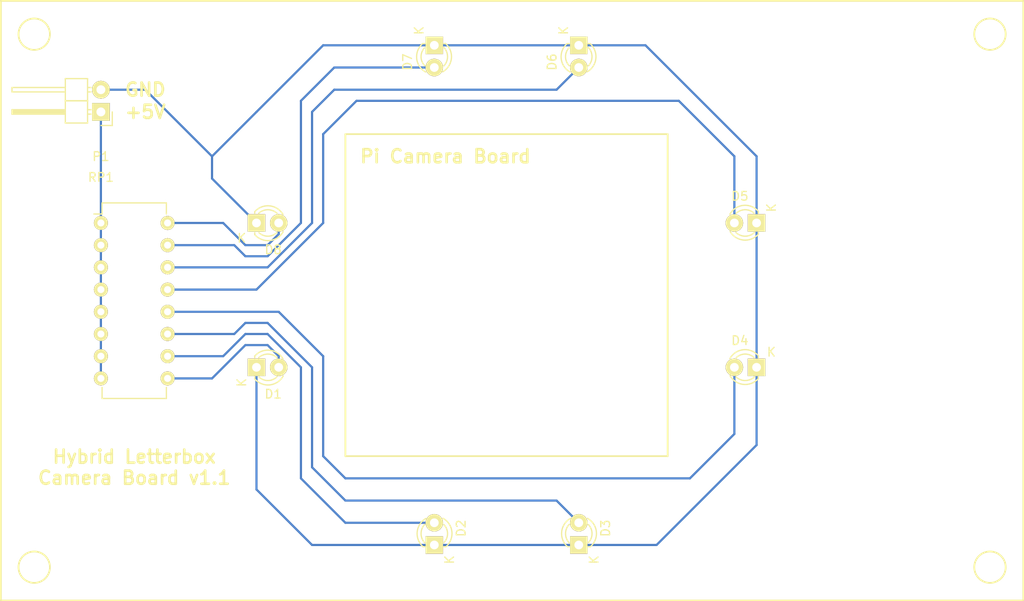
<source format=kicad_pcb>
(kicad_pcb (version 4) (host pcbnew 4.0.1-stable)

  (general
    (links 24)
    (no_connects 0)
    (area 67.209999 55.779999 184.250001 124.560001)
    (thickness 1.6)
    (drawings 16)
    (tracks 79)
    (zones 0)
    (modules 10)
    (nets 11)
  )

  (page A4)
  (layers
    (0 F.Cu signal)
    (31 B.Cu signal)
    (32 B.Adhes user)
    (33 F.Adhes user)
    (34 B.Paste user)
    (35 F.Paste user)
    (36 B.SilkS user)
    (37 F.SilkS user)
    (38 B.Mask user)
    (39 F.Mask user)
    (40 Dwgs.User user)
    (41 Cmts.User user)
    (42 Eco1.User user)
    (43 Eco2.User user)
    (44 Edge.Cuts user)
    (45 Margin user)
    (46 B.CrtYd user)
    (47 F.CrtYd user)
    (48 B.Fab user)
    (49 F.Fab user)
  )

  (setup
    (last_trace_width 0.25)
    (trace_clearance 0.2)
    (zone_clearance 0.508)
    (zone_45_only yes)
    (trace_min 0.2)
    (segment_width 0.2)
    (edge_width 0.1)
    (via_size 0.6)
    (via_drill 0.4)
    (via_min_size 0.4)
    (via_min_drill 0.3)
    (uvia_size 0.3)
    (uvia_drill 0.1)
    (uvias_allowed no)
    (uvia_min_size 0.2)
    (uvia_min_drill 0.1)
    (pcb_text_width 0.3)
    (pcb_text_size 1.5 1.5)
    (mod_edge_width 0.15)
    (mod_text_size 1 1)
    (mod_text_width 0.15)
    (pad_size 1.5 1.5)
    (pad_drill 0.6)
    (pad_to_mask_clearance 0)
    (aux_axis_origin 0 0)
    (visible_elements FFFFFF7F)
    (pcbplotparams
      (layerselection 0x00030_80000001)
      (usegerberextensions false)
      (excludeedgelayer true)
      (linewidth 0.100000)
      (plotframeref false)
      (viasonmask false)
      (mode 1)
      (useauxorigin false)
      (hpglpennumber 1)
      (hpglpenspeed 20)
      (hpglpendiameter 15)
      (hpglpenoverlay 2)
      (psnegative false)
      (psa4output false)
      (plotreference true)
      (plotvalue true)
      (plotinvisibletext false)
      (padsonsilk false)
      (subtractmaskfromsilk false)
      (outputformat 1)
      (mirror false)
      (drillshape 1)
      (scaleselection 1)
      (outputdirectory ""))
  )

  (net 0 "")
  (net 1 GND)
  (net 2 "Net-(D1-Pad2)")
  (net 3 "Net-(D2-Pad2)")
  (net 4 "Net-(D3-Pad2)")
  (net 5 "Net-(D4-Pad2)")
  (net 6 "Net-(D5-Pad2)")
  (net 7 "Net-(D6-Pad2)")
  (net 8 "Net-(D7-Pad2)")
  (net 9 "Net-(D8-Pad2)")
  (net 10 +5V)

  (net_class Default "This is the default net class."
    (clearance 0.2)
    (trace_width 0.25)
    (via_dia 0.6)
    (via_drill 0.4)
    (uvia_dia 0.3)
    (uvia_drill 0.1)
    (add_net +5V)
    (add_net GND)
    (add_net "Net-(D1-Pad2)")
    (add_net "Net-(D2-Pad2)")
    (add_net "Net-(D3-Pad2)")
    (add_net "Net-(D4-Pad2)")
    (add_net "Net-(D5-Pad2)")
    (add_net "Net-(D6-Pad2)")
    (add_net "Net-(D7-Pad2)")
    (add_net "Net-(D8-Pad2)")
  )

  (module LEDs:LED-3MM (layer F.Cu) (tedit 56B8C204) (tstamp 56B8C1D3)
    (at 96.52 97.79)
    (descr "LED 3mm round vertical")
    (tags "LED  3mm round vertical")
    (path /569CF26A)
    (fp_text reference D1 (at 1.91 3.06) (layer F.SilkS)
      (effects (font (size 1 1) (thickness 0.15)))
    )
    (fp_text value LED (at 1.3 -2.9) (layer F.Fab)
      (effects (font (size 1 1) (thickness 0.15)))
    )
    (fp_line (start -1.2 2.3) (end 3.8 2.3) (layer F.CrtYd) (width 0.05))
    (fp_line (start 3.8 2.3) (end 3.8 -2.2) (layer F.CrtYd) (width 0.05))
    (fp_line (start 3.8 -2.2) (end -1.2 -2.2) (layer F.CrtYd) (width 0.05))
    (fp_line (start -1.2 -2.2) (end -1.2 2.3) (layer F.CrtYd) (width 0.05))
    (fp_line (start -0.199 1.314) (end -0.199 1.114) (layer F.SilkS) (width 0.15))
    (fp_line (start -0.199 -1.28) (end -0.199 -1.1) (layer F.SilkS) (width 0.15))
    (fp_arc (start 1.301 0.034) (end -0.199 -1.286) (angle 108.5) (layer F.SilkS) (width 0.15))
    (fp_arc (start 1.301 0.034) (end 0.25 -1.1) (angle 85.7) (layer F.SilkS) (width 0.15))
    (fp_arc (start 1.311 0.034) (end 3.051 0.994) (angle 110) (layer F.SilkS) (width 0.15))
    (fp_arc (start 1.301 0.034) (end 2.335 1.094) (angle 87.5) (layer F.SilkS) (width 0.15))
    (fp_text user K (at -1.69 1.74 90) (layer F.SilkS)
      (effects (font (size 1 1) (thickness 0.15)))
    )
    (pad 1 thru_hole rect (at 0 0 90) (size 2 2) (drill 1.00076) (layers *.Cu *.Mask F.SilkS)
      (net 1 GND))
    (pad 2 thru_hole circle (at 2.54 0) (size 2 2) (drill 1.00076) (layers *.Cu *.Mask F.SilkS)
      (net 2 "Net-(D1-Pad2)"))
    (model LEDs.3dshapes/LED-3MM.wrl
      (at (xyz 0.05 0 0))
      (scale (xyz 1 1 1))
      (rotate (xyz 0 0 90))
    )
  )

  (module LEDs:LED-3MM (layer F.Cu) (tedit 559B82F6) (tstamp 56B8C1D9)
    (at 116.84 118.11 90)
    (descr "LED 3mm round vertical")
    (tags "LED  3mm round vertical")
    (path /569CF2C0)
    (fp_text reference D2 (at 1.91 3.06 90) (layer F.SilkS)
      (effects (font (size 1 1) (thickness 0.15)))
    )
    (fp_text value LED (at 1.3 -2.9 90) (layer F.Fab)
      (effects (font (size 1 1) (thickness 0.15)))
    )
    (fp_line (start -1.2 2.3) (end 3.8 2.3) (layer F.CrtYd) (width 0.05))
    (fp_line (start 3.8 2.3) (end 3.8 -2.2) (layer F.CrtYd) (width 0.05))
    (fp_line (start 3.8 -2.2) (end -1.2 -2.2) (layer F.CrtYd) (width 0.05))
    (fp_line (start -1.2 -2.2) (end -1.2 2.3) (layer F.CrtYd) (width 0.05))
    (fp_line (start -0.199 1.314) (end -0.199 1.114) (layer F.SilkS) (width 0.15))
    (fp_line (start -0.199 -1.28) (end -0.199 -1.1) (layer F.SilkS) (width 0.15))
    (fp_arc (start 1.301 0.034) (end -0.199 -1.286) (angle 108.5) (layer F.SilkS) (width 0.15))
    (fp_arc (start 1.301 0.034) (end 0.25 -1.1) (angle 85.7) (layer F.SilkS) (width 0.15))
    (fp_arc (start 1.311 0.034) (end 3.051 0.994) (angle 110) (layer F.SilkS) (width 0.15))
    (fp_arc (start 1.301 0.034) (end 2.335 1.094) (angle 87.5) (layer F.SilkS) (width 0.15))
    (fp_text user K (at -1.69 1.74 90) (layer F.SilkS)
      (effects (font (size 1 1) (thickness 0.15)))
    )
    (pad 1 thru_hole rect (at 0 0 180) (size 2 2) (drill 1.00076) (layers *.Cu *.Mask F.SilkS)
      (net 1 GND))
    (pad 2 thru_hole circle (at 2.54 0 90) (size 2 2) (drill 1.00076) (layers *.Cu *.Mask F.SilkS)
      (net 3 "Net-(D2-Pad2)"))
    (model LEDs.3dshapes/LED-3MM.wrl
      (at (xyz 0.05 0 0))
      (scale (xyz 1 1 1))
      (rotate (xyz 0 0 90))
    )
  )

  (module LEDs:LED-3MM (layer F.Cu) (tedit 559B82F6) (tstamp 56B8C1DF)
    (at 133.35 118.11 90)
    (descr "LED 3mm round vertical")
    (tags "LED  3mm round vertical")
    (path /569CF2DA)
    (fp_text reference D3 (at 1.91 3.06 90) (layer F.SilkS)
      (effects (font (size 1 1) (thickness 0.15)))
    )
    (fp_text value LED (at 1.3 -2.9 90) (layer F.Fab)
      (effects (font (size 1 1) (thickness 0.15)))
    )
    (fp_line (start -1.2 2.3) (end 3.8 2.3) (layer F.CrtYd) (width 0.05))
    (fp_line (start 3.8 2.3) (end 3.8 -2.2) (layer F.CrtYd) (width 0.05))
    (fp_line (start 3.8 -2.2) (end -1.2 -2.2) (layer F.CrtYd) (width 0.05))
    (fp_line (start -1.2 -2.2) (end -1.2 2.3) (layer F.CrtYd) (width 0.05))
    (fp_line (start -0.199 1.314) (end -0.199 1.114) (layer F.SilkS) (width 0.15))
    (fp_line (start -0.199 -1.28) (end -0.199 -1.1) (layer F.SilkS) (width 0.15))
    (fp_arc (start 1.301 0.034) (end -0.199 -1.286) (angle 108.5) (layer F.SilkS) (width 0.15))
    (fp_arc (start 1.301 0.034) (end 0.25 -1.1) (angle 85.7) (layer F.SilkS) (width 0.15))
    (fp_arc (start 1.311 0.034) (end 3.051 0.994) (angle 110) (layer F.SilkS) (width 0.15))
    (fp_arc (start 1.301 0.034) (end 2.335 1.094) (angle 87.5) (layer F.SilkS) (width 0.15))
    (fp_text user K (at -1.69 1.74 90) (layer F.SilkS)
      (effects (font (size 1 1) (thickness 0.15)))
    )
    (pad 1 thru_hole rect (at 0 0 180) (size 2 2) (drill 1.00076) (layers *.Cu *.Mask F.SilkS)
      (net 1 GND))
    (pad 2 thru_hole circle (at 2.54 0 90) (size 2 2) (drill 1.00076) (layers *.Cu *.Mask F.SilkS)
      (net 4 "Net-(D3-Pad2)"))
    (model LEDs.3dshapes/LED-3MM.wrl
      (at (xyz 0.05 0 0))
      (scale (xyz 1 1 1))
      (rotate (xyz 0 0 90))
    )
  )

  (module LEDs:LED-3MM (layer F.Cu) (tedit 559B82F6) (tstamp 56B8C1E5)
    (at 153.67 97.79 180)
    (descr "LED 3mm round vertical")
    (tags "LED  3mm round vertical")
    (path /569CF2F5)
    (fp_text reference D4 (at 1.91 3.06 180) (layer F.SilkS)
      (effects (font (size 1 1) (thickness 0.15)))
    )
    (fp_text value LED (at 1.3 -2.9 180) (layer F.Fab)
      (effects (font (size 1 1) (thickness 0.15)))
    )
    (fp_line (start -1.2 2.3) (end 3.8 2.3) (layer F.CrtYd) (width 0.05))
    (fp_line (start 3.8 2.3) (end 3.8 -2.2) (layer F.CrtYd) (width 0.05))
    (fp_line (start 3.8 -2.2) (end -1.2 -2.2) (layer F.CrtYd) (width 0.05))
    (fp_line (start -1.2 -2.2) (end -1.2 2.3) (layer F.CrtYd) (width 0.05))
    (fp_line (start -0.199 1.314) (end -0.199 1.114) (layer F.SilkS) (width 0.15))
    (fp_line (start -0.199 -1.28) (end -0.199 -1.1) (layer F.SilkS) (width 0.15))
    (fp_arc (start 1.301 0.034) (end -0.199 -1.286) (angle 108.5) (layer F.SilkS) (width 0.15))
    (fp_arc (start 1.301 0.034) (end 0.25 -1.1) (angle 85.7) (layer F.SilkS) (width 0.15))
    (fp_arc (start 1.311 0.034) (end 3.051 0.994) (angle 110) (layer F.SilkS) (width 0.15))
    (fp_arc (start 1.301 0.034) (end 2.335 1.094) (angle 87.5) (layer F.SilkS) (width 0.15))
    (fp_text user K (at -1.69 1.74 180) (layer F.SilkS)
      (effects (font (size 1 1) (thickness 0.15)))
    )
    (pad 1 thru_hole rect (at 0 0 270) (size 2 2) (drill 1.00076) (layers *.Cu *.Mask F.SilkS)
      (net 1 GND))
    (pad 2 thru_hole circle (at 2.54 0 180) (size 2 2) (drill 1.00076) (layers *.Cu *.Mask F.SilkS)
      (net 5 "Net-(D4-Pad2)"))
    (model LEDs.3dshapes/LED-3MM.wrl
      (at (xyz 0.05 0 0))
      (scale (xyz 1 1 1))
      (rotate (xyz 0 0 90))
    )
  )

  (module LEDs:LED-3MM (layer F.Cu) (tedit 56B8C488) (tstamp 56B8C1EB)
    (at 153.67 81.28 180)
    (descr "LED 3mm round vertical")
    (tags "LED  3mm round vertical")
    (path /569CF313)
    (fp_text reference D5 (at 1.91 3.06 180) (layer F.SilkS)
      (effects (font (size 1 1) (thickness 0.15)))
    )
    (fp_text value LED (at 1.3 -2.9 180) (layer F.Fab)
      (effects (font (size 1 1) (thickness 0.15)))
    )
    (fp_line (start -1.2 2.3) (end 3.8 2.3) (layer F.CrtYd) (width 0.05))
    (fp_line (start 3.8 2.3) (end 3.8 -2.2) (layer F.CrtYd) (width 0.05))
    (fp_line (start 3.8 -2.2) (end -1.2 -2.2) (layer F.CrtYd) (width 0.05))
    (fp_line (start -1.2 -2.2) (end -1.2 2.3) (layer F.CrtYd) (width 0.05))
    (fp_line (start -0.199 1.314) (end -0.199 1.114) (layer F.SilkS) (width 0.15))
    (fp_line (start -0.199 -1.28) (end -0.199 -1.1) (layer F.SilkS) (width 0.15))
    (fp_arc (start 1.301 0.034) (end -0.199 -1.286) (angle 108.5) (layer F.SilkS) (width 0.15))
    (fp_arc (start 1.301 0.034) (end 0.25 -1.1) (angle 85.7) (layer F.SilkS) (width 0.15))
    (fp_arc (start 1.311 0.034) (end 3.051 0.994) (angle 110) (layer F.SilkS) (width 0.15))
    (fp_arc (start 1.301 0.034) (end 2.335 1.094) (angle 87.5) (layer F.SilkS) (width 0.15))
    (fp_text user K (at -1.69 1.74 270) (layer F.SilkS)
      (effects (font (size 1 1) (thickness 0.15)))
    )
    (pad 1 thru_hole rect (at 0 0 270) (size 2 2) (drill 1.00076) (layers *.Cu *.Mask F.SilkS)
      (net 1 GND))
    (pad 2 thru_hole circle (at 2.54 0 180) (size 2 2) (drill 1.00076) (layers *.Cu *.Mask F.SilkS)
      (net 6 "Net-(D5-Pad2)"))
    (model LEDs.3dshapes/LED-3MM.wrl
      (at (xyz 0.05 0 0))
      (scale (xyz 1 1 1))
      (rotate (xyz 0 0 90))
    )
  )

  (module LEDs:LED-3MM (layer F.Cu) (tedit 559B82F6) (tstamp 56B8C1F1)
    (at 133.35 60.96 270)
    (descr "LED 3mm round vertical")
    (tags "LED  3mm round vertical")
    (path /569CF48D)
    (fp_text reference D6 (at 1.91 3.06 270) (layer F.SilkS)
      (effects (font (size 1 1) (thickness 0.15)))
    )
    (fp_text value LED (at 1.3 -2.9 270) (layer F.Fab)
      (effects (font (size 1 1) (thickness 0.15)))
    )
    (fp_line (start -1.2 2.3) (end 3.8 2.3) (layer F.CrtYd) (width 0.05))
    (fp_line (start 3.8 2.3) (end 3.8 -2.2) (layer F.CrtYd) (width 0.05))
    (fp_line (start 3.8 -2.2) (end -1.2 -2.2) (layer F.CrtYd) (width 0.05))
    (fp_line (start -1.2 -2.2) (end -1.2 2.3) (layer F.CrtYd) (width 0.05))
    (fp_line (start -0.199 1.314) (end -0.199 1.114) (layer F.SilkS) (width 0.15))
    (fp_line (start -0.199 -1.28) (end -0.199 -1.1) (layer F.SilkS) (width 0.15))
    (fp_arc (start 1.301 0.034) (end -0.199 -1.286) (angle 108.5) (layer F.SilkS) (width 0.15))
    (fp_arc (start 1.301 0.034) (end 0.25 -1.1) (angle 85.7) (layer F.SilkS) (width 0.15))
    (fp_arc (start 1.311 0.034) (end 3.051 0.994) (angle 110) (layer F.SilkS) (width 0.15))
    (fp_arc (start 1.301 0.034) (end 2.335 1.094) (angle 87.5) (layer F.SilkS) (width 0.15))
    (fp_text user K (at -1.69 1.74 270) (layer F.SilkS)
      (effects (font (size 1 1) (thickness 0.15)))
    )
    (pad 1 thru_hole rect (at 0 0) (size 2 2) (drill 1.00076) (layers *.Cu *.Mask F.SilkS)
      (net 1 GND))
    (pad 2 thru_hole circle (at 2.54 0 270) (size 2 2) (drill 1.00076) (layers *.Cu *.Mask F.SilkS)
      (net 7 "Net-(D6-Pad2)"))
    (model LEDs.3dshapes/LED-3MM.wrl
      (at (xyz 0.05 0 0))
      (scale (xyz 1 1 1))
      (rotate (xyz 0 0 90))
    )
  )

  (module LEDs:LED-3MM (layer F.Cu) (tedit 559B82F6) (tstamp 56B8C1F7)
    (at 116.84 60.96 270)
    (descr "LED 3mm round vertical")
    (tags "LED  3mm round vertical")
    (path /569CF4B6)
    (fp_text reference D7 (at 1.91 3.06 270) (layer F.SilkS)
      (effects (font (size 1 1) (thickness 0.15)))
    )
    (fp_text value LED (at 1.3 -2.9 270) (layer F.Fab)
      (effects (font (size 1 1) (thickness 0.15)))
    )
    (fp_line (start -1.2 2.3) (end 3.8 2.3) (layer F.CrtYd) (width 0.05))
    (fp_line (start 3.8 2.3) (end 3.8 -2.2) (layer F.CrtYd) (width 0.05))
    (fp_line (start 3.8 -2.2) (end -1.2 -2.2) (layer F.CrtYd) (width 0.05))
    (fp_line (start -1.2 -2.2) (end -1.2 2.3) (layer F.CrtYd) (width 0.05))
    (fp_line (start -0.199 1.314) (end -0.199 1.114) (layer F.SilkS) (width 0.15))
    (fp_line (start -0.199 -1.28) (end -0.199 -1.1) (layer F.SilkS) (width 0.15))
    (fp_arc (start 1.301 0.034) (end -0.199 -1.286) (angle 108.5) (layer F.SilkS) (width 0.15))
    (fp_arc (start 1.301 0.034) (end 0.25 -1.1) (angle 85.7) (layer F.SilkS) (width 0.15))
    (fp_arc (start 1.311 0.034) (end 3.051 0.994) (angle 110) (layer F.SilkS) (width 0.15))
    (fp_arc (start 1.301 0.034) (end 2.335 1.094) (angle 87.5) (layer F.SilkS) (width 0.15))
    (fp_text user K (at -1.69 1.74 270) (layer F.SilkS)
      (effects (font (size 1 1) (thickness 0.15)))
    )
    (pad 1 thru_hole rect (at 0 0) (size 2 2) (drill 1.00076) (layers *.Cu *.Mask F.SilkS)
      (net 1 GND))
    (pad 2 thru_hole circle (at 2.54 0 270) (size 2 2) (drill 1.00076) (layers *.Cu *.Mask F.SilkS)
      (net 8 "Net-(D7-Pad2)"))
    (model LEDs.3dshapes/LED-3MM.wrl
      (at (xyz 0.05 0 0))
      (scale (xyz 1 1 1))
      (rotate (xyz 0 0 90))
    )
  )

  (module LEDs:LED-3MM (layer F.Cu) (tedit 559B82F6) (tstamp 56B8C1FD)
    (at 96.52 81.28)
    (descr "LED 3mm round vertical")
    (tags "LED  3mm round vertical")
    (path /569CF564)
    (fp_text reference D8 (at 1.91 3.06) (layer F.SilkS)
      (effects (font (size 1 1) (thickness 0.15)))
    )
    (fp_text value LED (at 1.3 -2.9) (layer F.Fab)
      (effects (font (size 1 1) (thickness 0.15)))
    )
    (fp_line (start -1.2 2.3) (end 3.8 2.3) (layer F.CrtYd) (width 0.05))
    (fp_line (start 3.8 2.3) (end 3.8 -2.2) (layer F.CrtYd) (width 0.05))
    (fp_line (start 3.8 -2.2) (end -1.2 -2.2) (layer F.CrtYd) (width 0.05))
    (fp_line (start -1.2 -2.2) (end -1.2 2.3) (layer F.CrtYd) (width 0.05))
    (fp_line (start -0.199 1.314) (end -0.199 1.114) (layer F.SilkS) (width 0.15))
    (fp_line (start -0.199 -1.28) (end -0.199 -1.1) (layer F.SilkS) (width 0.15))
    (fp_arc (start 1.301 0.034) (end -0.199 -1.286) (angle 108.5) (layer F.SilkS) (width 0.15))
    (fp_arc (start 1.301 0.034) (end 0.25 -1.1) (angle 85.7) (layer F.SilkS) (width 0.15))
    (fp_arc (start 1.311 0.034) (end 3.051 0.994) (angle 110) (layer F.SilkS) (width 0.15))
    (fp_arc (start 1.301 0.034) (end 2.335 1.094) (angle 87.5) (layer F.SilkS) (width 0.15))
    (fp_text user K (at -1.69 1.74) (layer F.SilkS)
      (effects (font (size 1 1) (thickness 0.15)))
    )
    (pad 1 thru_hole rect (at 0 0 90) (size 2 2) (drill 1.00076) (layers *.Cu *.Mask F.SilkS)
      (net 1 GND))
    (pad 2 thru_hole circle (at 2.54 0) (size 2 2) (drill 1.00076) (layers *.Cu *.Mask F.SilkS)
      (net 9 "Net-(D8-Pad2)"))
    (model LEDs.3dshapes/LED-3MM.wrl
      (at (xyz 0.05 0 0))
      (scale (xyz 1 1 1))
      (rotate (xyz 0 0 90))
    )
  )

  (module Housings_DIP:DIP-16_W7.62mm (layer F.Cu) (tedit 54130A77) (tstamp 56B8C32A)
    (at 78.74 81.28)
    (descr "16-lead dip package, row spacing 7.62 mm (300 mils)")
    (tags "dil dip 2.54 300")
    (path /569CF5B0)
    (fp_text reference RP1 (at 0 -5.22) (layer F.SilkS)
      (effects (font (size 1 1) (thickness 0.15)))
    )
    (fp_text value R_PACK8 (at 0 -3.72) (layer F.Fab)
      (effects (font (size 1 1) (thickness 0.15)))
    )
    (fp_line (start -1.05 -2.45) (end -1.05 20.25) (layer F.CrtYd) (width 0.05))
    (fp_line (start 8.65 -2.45) (end 8.65 20.25) (layer F.CrtYd) (width 0.05))
    (fp_line (start -1.05 -2.45) (end 8.65 -2.45) (layer F.CrtYd) (width 0.05))
    (fp_line (start -1.05 20.25) (end 8.65 20.25) (layer F.CrtYd) (width 0.05))
    (fp_line (start 0.135 -2.295) (end 0.135 -1.025) (layer F.SilkS) (width 0.15))
    (fp_line (start 7.485 -2.295) (end 7.485 -1.025) (layer F.SilkS) (width 0.15))
    (fp_line (start 7.485 20.075) (end 7.485 18.805) (layer F.SilkS) (width 0.15))
    (fp_line (start 0.135 20.075) (end 0.135 18.805) (layer F.SilkS) (width 0.15))
    (fp_line (start 0.135 -2.295) (end 7.485 -2.295) (layer F.SilkS) (width 0.15))
    (fp_line (start 0.135 20.075) (end 7.485 20.075) (layer F.SilkS) (width 0.15))
    (fp_line (start 0.135 -1.025) (end -0.8 -1.025) (layer F.SilkS) (width 0.15))
    (pad 1 thru_hole oval (at 0 0) (size 1.6 1.6) (drill 0.8) (layers *.Cu *.Mask F.SilkS)
      (net 10 +5V))
    (pad 2 thru_hole oval (at 0 2.54) (size 1.6 1.6) (drill 0.8) (layers *.Cu *.Mask F.SilkS)
      (net 10 +5V))
    (pad 3 thru_hole oval (at 0 5.08) (size 1.6 1.6) (drill 0.8) (layers *.Cu *.Mask F.SilkS)
      (net 10 +5V))
    (pad 4 thru_hole oval (at 0 7.62) (size 1.6 1.6) (drill 0.8) (layers *.Cu *.Mask F.SilkS)
      (net 10 +5V))
    (pad 5 thru_hole oval (at 0 10.16) (size 1.6 1.6) (drill 0.8) (layers *.Cu *.Mask F.SilkS)
      (net 10 +5V))
    (pad 6 thru_hole oval (at 0 12.7) (size 1.6 1.6) (drill 0.8) (layers *.Cu *.Mask F.SilkS)
      (net 10 +5V))
    (pad 7 thru_hole oval (at 0 15.24) (size 1.6 1.6) (drill 0.8) (layers *.Cu *.Mask F.SilkS)
      (net 10 +5V))
    (pad 8 thru_hole oval (at 0 17.78) (size 1.6 1.6) (drill 0.8) (layers *.Cu *.Mask F.SilkS)
      (net 10 +5V))
    (pad 9 thru_hole oval (at 7.62 17.78) (size 1.6 1.6) (drill 0.8) (layers *.Cu *.Mask F.SilkS)
      (net 2 "Net-(D1-Pad2)"))
    (pad 10 thru_hole oval (at 7.62 15.24) (size 1.6 1.6) (drill 0.8) (layers *.Cu *.Mask F.SilkS)
      (net 3 "Net-(D2-Pad2)"))
    (pad 11 thru_hole oval (at 7.62 12.7) (size 1.6 1.6) (drill 0.8) (layers *.Cu *.Mask F.SilkS)
      (net 4 "Net-(D3-Pad2)"))
    (pad 12 thru_hole oval (at 7.62 10.16) (size 1.6 1.6) (drill 0.8) (layers *.Cu *.Mask F.SilkS)
      (net 5 "Net-(D4-Pad2)"))
    (pad 13 thru_hole oval (at 7.62 7.62) (size 1.6 1.6) (drill 0.8) (layers *.Cu *.Mask F.SilkS)
      (net 6 "Net-(D5-Pad2)"))
    (pad 14 thru_hole oval (at 7.62 5.08) (size 1.6 1.6) (drill 0.8) (layers *.Cu *.Mask F.SilkS)
      (net 7 "Net-(D6-Pad2)"))
    (pad 15 thru_hole oval (at 7.62 2.54) (size 1.6 1.6) (drill 0.8) (layers *.Cu *.Mask F.SilkS)
      (net 8 "Net-(D7-Pad2)"))
    (pad 16 thru_hole oval (at 7.62 0) (size 1.6 1.6) (drill 0.8) (layers *.Cu *.Mask F.SilkS)
      (net 9 "Net-(D8-Pad2)"))
    (model Housings_DIP.3dshapes/DIP-16_W7.62mm.wrl
      (at (xyz 0 0 0))
      (scale (xyz 1 1 1))
      (rotate (xyz 0 0 0))
    )
  )

  (module Pin_Headers:Pin_Header_Angled_1x02 (layer F.Cu) (tedit 0) (tstamp 56BC6780)
    (at 78.74 68.58 180)
    (descr "Through hole pin header")
    (tags "pin header")
    (path /569CF6C0)
    (fp_text reference P1 (at 0 -5.1 180) (layer F.SilkS)
      (effects (font (size 1 1) (thickness 0.15)))
    )
    (fp_text value CONN_01X02 (at 0 -3.1 180) (layer F.Fab)
      (effects (font (size 1 1) (thickness 0.15)))
    )
    (fp_line (start -1.5 -1.75) (end -1.5 4.3) (layer F.CrtYd) (width 0.05))
    (fp_line (start 10.65 -1.75) (end 10.65 4.3) (layer F.CrtYd) (width 0.05))
    (fp_line (start -1.5 -1.75) (end 10.65 -1.75) (layer F.CrtYd) (width 0.05))
    (fp_line (start -1.5 4.3) (end 10.65 4.3) (layer F.CrtYd) (width 0.05))
    (fp_line (start -1.3 -1.55) (end -1.3 0) (layer F.SilkS) (width 0.15))
    (fp_line (start 0 -1.55) (end -1.3 -1.55) (layer F.SilkS) (width 0.15))
    (fp_line (start 4.191 -0.127) (end 10.033 -0.127) (layer F.SilkS) (width 0.15))
    (fp_line (start 10.033 -0.127) (end 10.033 0.127) (layer F.SilkS) (width 0.15))
    (fp_line (start 10.033 0.127) (end 4.191 0.127) (layer F.SilkS) (width 0.15))
    (fp_line (start 4.191 0.127) (end 4.191 0) (layer F.SilkS) (width 0.15))
    (fp_line (start 4.191 0) (end 10.033 0) (layer F.SilkS) (width 0.15))
    (fp_line (start 1.524 -0.254) (end 1.143 -0.254) (layer F.SilkS) (width 0.15))
    (fp_line (start 1.524 0.254) (end 1.143 0.254) (layer F.SilkS) (width 0.15))
    (fp_line (start 1.524 2.286) (end 1.143 2.286) (layer F.SilkS) (width 0.15))
    (fp_line (start 1.524 2.794) (end 1.143 2.794) (layer F.SilkS) (width 0.15))
    (fp_line (start 1.524 -1.27) (end 4.064 -1.27) (layer F.SilkS) (width 0.15))
    (fp_line (start 1.524 1.27) (end 4.064 1.27) (layer F.SilkS) (width 0.15))
    (fp_line (start 1.524 1.27) (end 1.524 3.81) (layer F.SilkS) (width 0.15))
    (fp_line (start 1.524 3.81) (end 4.064 3.81) (layer F.SilkS) (width 0.15))
    (fp_line (start 4.064 2.286) (end 10.16 2.286) (layer F.SilkS) (width 0.15))
    (fp_line (start 10.16 2.286) (end 10.16 2.794) (layer F.SilkS) (width 0.15))
    (fp_line (start 10.16 2.794) (end 4.064 2.794) (layer F.SilkS) (width 0.15))
    (fp_line (start 4.064 3.81) (end 4.064 1.27) (layer F.SilkS) (width 0.15))
    (fp_line (start 4.064 1.27) (end 4.064 -1.27) (layer F.SilkS) (width 0.15))
    (fp_line (start 10.16 0.254) (end 4.064 0.254) (layer F.SilkS) (width 0.15))
    (fp_line (start 10.16 -0.254) (end 10.16 0.254) (layer F.SilkS) (width 0.15))
    (fp_line (start 4.064 -0.254) (end 10.16 -0.254) (layer F.SilkS) (width 0.15))
    (fp_line (start 1.524 1.27) (end 4.064 1.27) (layer F.SilkS) (width 0.15))
    (fp_line (start 1.524 -1.27) (end 1.524 1.27) (layer F.SilkS) (width 0.15))
    (pad 1 thru_hole rect (at 0 0 180) (size 2.032 2.032) (drill 1.016) (layers *.Cu *.Mask F.SilkS)
      (net 10 +5V))
    (pad 2 thru_hole oval (at 0 2.54 180) (size 2.032 2.032) (drill 1.016) (layers *.Cu *.Mask F.SilkS)
      (net 1 GND))
    (model Pin_Headers.3dshapes/Pin_Header_Angled_1x02.wrl
      (at (xyz 0 -0.05 0))
      (scale (xyz 1 1 1))
      (rotate (xyz 0 0 90))
    )
  )

  (gr_text +5V (at 83.82 68.58) (layer F.SilkS)
    (effects (font (size 1.5 1.5) (thickness 0.3)))
  )
  (gr_text GND (at 83.82 66.04) (layer F.SilkS)
    (effects (font (size 1.5 1.5) (thickness 0.3)))
  )
  (gr_circle (center 180.34 59.69) (end 179.07 60.96) (layer F.SilkS) (width 0.2))
  (gr_circle (center 180.34 120.65) (end 181.61 121.92) (layer F.SilkS) (width 0.2))
  (gr_circle (center 71.12 120.65) (end 72.39 119.38) (layer F.SilkS) (width 0.2))
  (gr_circle (center 71.12 59.69) (end 72.39 60.96) (layer F.SilkS) (width 0.2))
  (gr_text "Hybrid Letterbox\nCamera Board v1.1" (at 82.55 109.22) (layer F.SilkS)
    (effects (font (size 1.5 1.5) (thickness 0.3)))
  )
  (gr_line (start 184.15 55.88) (end 67.31 55.88) (angle 90) (layer F.SilkS) (width 0.2))
  (gr_line (start 67.31 124.46) (end 67.31 55.88) (angle 90) (layer F.SilkS) (width 0.2))
  (gr_line (start 184.15 124.46) (end 67.31 124.46) (angle 90) (layer F.SilkS) (width 0.2))
  (gr_line (start 184.15 55.88) (end 184.15 124.46) (angle 90) (layer F.SilkS) (width 0.2))
  (gr_text "Pi Camera Board" (at 118.11 73.66) (layer F.SilkS)
    (effects (font (size 1.5 1.5) (thickness 0.3)))
  )
  (gr_line (start 106.68 107.95) (end 106.68 71.12) (angle 90) (layer F.SilkS) (width 0.2))
  (gr_line (start 143.51 107.95) (end 106.68 107.95) (angle 90) (layer F.SilkS) (width 0.2))
  (gr_line (start 143.51 71.12) (end 143.51 107.95) (angle 90) (layer F.SilkS) (width 0.2))
  (gr_line (start 106.68 71.12) (end 143.51 71.12) (angle 90) (layer F.SilkS) (width 0.2))

  (segment (start 78.74 66.04) (end 83.82 66.04) (width 0.25) (layer B.Cu) (net 1))
  (segment (start 83.82 66.04) (end 91.44 73.66) (width 0.25) (layer B.Cu) (net 1) (tstamp 56BC685D))
  (segment (start 91.44 73.66) (end 91.44 76.2) (width 0.25) (layer B.Cu) (net 1))
  (segment (start 91.44 76.2) (end 96.52 81.28) (width 0.25) (layer B.Cu) (net 1) (tstamp 56BC53FF))
  (segment (start 96.52 68.58) (end 104.14 60.96) (width 0.25) (layer B.Cu) (net 1) (tstamp 56B8C6EE))
  (segment (start 104.14 60.96) (end 116.84 60.96) (width 0.25) (layer B.Cu) (net 1) (tstamp 56B8C6F3))
  (segment (start 91.44 73.66) (end 96.52 68.58) (width 0.25) (layer B.Cu) (net 1) (tstamp 56BC53FB))
  (segment (start 116.84 118.11) (end 102.87 118.11) (width 0.25) (layer B.Cu) (net 1))
  (segment (start 96.52 111.76) (end 96.52 97.79) (width 0.25) (layer B.Cu) (net 1) (tstamp 56B8C70E))
  (segment (start 102.87 118.11) (end 96.52 111.76) (width 0.25) (layer B.Cu) (net 1) (tstamp 56B8C70A))
  (segment (start 133.35 118.11) (end 116.84 118.11) (width 0.25) (layer B.Cu) (net 1))
  (segment (start 153.67 97.79) (end 153.67 106.68) (width 0.25) (layer B.Cu) (net 1))
  (segment (start 142.24 118.11) (end 133.35 118.11) (width 0.25) (layer B.Cu) (net 1) (tstamp 56B8C704))
  (segment (start 153.67 106.68) (end 142.24 118.11) (width 0.25) (layer B.Cu) (net 1) (tstamp 56B8C703))
  (segment (start 153.67 81.28) (end 153.67 97.79) (width 0.25) (layer B.Cu) (net 1))
  (segment (start 133.35 60.96) (end 140.97 60.96) (width 0.25) (layer B.Cu) (net 1))
  (segment (start 153.67 73.66) (end 153.67 81.28) (width 0.25) (layer B.Cu) (net 1) (tstamp 56B8C6FD))
  (segment (start 140.97 60.96) (end 153.67 73.66) (width 0.25) (layer B.Cu) (net 1) (tstamp 56B8C6FA))
  (segment (start 116.84 60.96) (end 133.35 60.96) (width 0.25) (layer B.Cu) (net 1))
  (segment (start 99.06 97.79) (end 99.06 96.52) (width 0.25) (layer B.Cu) (net 2))
  (segment (start 91.44 99.06) (end 86.36 99.06) (width 0.25) (layer B.Cu) (net 2) (tstamp 56B8C678))
  (segment (start 95.25 95.25) (end 91.44 99.06) (width 0.25) (layer B.Cu) (net 2) (tstamp 56B8C676))
  (segment (start 97.79 95.25) (end 95.25 95.25) (width 0.25) (layer B.Cu) (net 2) (tstamp 56B8C674))
  (segment (start 99.06 96.52) (end 97.79 95.25) (width 0.25) (layer B.Cu) (net 2) (tstamp 56B8C672))
  (segment (start 86.36 96.52) (end 92.71 96.52) (width 0.25) (layer B.Cu) (net 3))
  (segment (start 106.68 115.57) (end 116.84 115.57) (width 0.25) (layer B.Cu) (net 3) (tstamp 56B8C685))
  (segment (start 101.6 110.49) (end 106.68 115.57) (width 0.25) (layer B.Cu) (net 3) (tstamp 56B8C684))
  (segment (start 101.6 97.79) (end 101.6 110.49) (width 0.25) (layer B.Cu) (net 3) (tstamp 56B8C682))
  (segment (start 97.79 93.98) (end 101.6 97.79) (width 0.25) (layer B.Cu) (net 3) (tstamp 56B8C680))
  (segment (start 95.25 93.98) (end 97.79 93.98) (width 0.25) (layer B.Cu) (net 3) (tstamp 56B8C67E))
  (segment (start 92.71 96.52) (end 95.25 93.98) (width 0.25) (layer B.Cu) (net 3) (tstamp 56B8C67C))
  (segment (start 86.36 93.98) (end 93.98 93.98) (width 0.25) (layer B.Cu) (net 4))
  (segment (start 130.81 113.03) (end 133.35 115.57) (width 0.25) (layer B.Cu) (net 4) (tstamp 56B8C694))
  (segment (start 106.68 113.03) (end 130.81 113.03) (width 0.25) (layer B.Cu) (net 4) (tstamp 56B8C692))
  (segment (start 102.87 109.22) (end 106.68 113.03) (width 0.25) (layer B.Cu) (net 4) (tstamp 56B8C690))
  (segment (start 102.87 97.79) (end 102.87 109.22) (width 0.25) (layer B.Cu) (net 4) (tstamp 56B8C68E))
  (segment (start 97.79 92.71) (end 102.87 97.79) (width 0.25) (layer B.Cu) (net 4) (tstamp 56B8C68C))
  (segment (start 95.25 92.71) (end 97.79 92.71) (width 0.25) (layer B.Cu) (net 4) (tstamp 56B8C68A))
  (segment (start 93.98 93.98) (end 95.25 92.71) (width 0.25) (layer B.Cu) (net 4) (tstamp 56B8C689))
  (segment (start 86.36 91.44) (end 99.06 91.44) (width 0.25) (layer B.Cu) (net 5))
  (segment (start 151.13 105.41) (end 151.13 97.79) (width 0.25) (layer B.Cu) (net 5) (tstamp 56B8C69E))
  (segment (start 146.05 110.49) (end 151.13 105.41) (width 0.25) (layer B.Cu) (net 5) (tstamp 56B8C69D))
  (segment (start 106.68 110.49) (end 146.05 110.49) (width 0.25) (layer B.Cu) (net 5) (tstamp 56B8C69C))
  (segment (start 104.14 107.95) (end 106.68 110.49) (width 0.25) (layer B.Cu) (net 5) (tstamp 56B8C69B))
  (segment (start 104.14 96.52) (end 104.14 107.95) (width 0.25) (layer B.Cu) (net 5) (tstamp 56B8C699))
  (segment (start 99.06 91.44) (end 104.14 96.52) (width 0.25) (layer B.Cu) (net 5) (tstamp 56B8C698))
  (segment (start 86.36 88.9) (end 96.52 88.9) (width 0.25) (layer B.Cu) (net 6))
  (segment (start 151.13 73.66) (end 151.13 81.28) (width 0.25) (layer B.Cu) (net 6) (tstamp 56B8C6C3))
  (segment (start 144.78 67.31) (end 151.13 73.66) (width 0.25) (layer B.Cu) (net 6) (tstamp 56B8C6C1))
  (segment (start 107.95 67.31) (end 144.78 67.31) (width 0.25) (layer B.Cu) (net 6) (tstamp 56B8C6BF))
  (segment (start 104.14 71.12) (end 107.95 67.31) (width 0.25) (layer B.Cu) (net 6) (tstamp 56B8C6BD))
  (segment (start 104.14 81.28) (end 104.14 71.12) (width 0.25) (layer B.Cu) (net 6) (tstamp 56B8C6BB))
  (segment (start 96.52 88.9) (end 104.14 81.28) (width 0.25) (layer B.Cu) (net 6) (tstamp 56B8C6B9))
  (segment (start 86.36 86.36) (end 97.79 86.36) (width 0.25) (layer B.Cu) (net 7))
  (segment (start 130.81 66.04) (end 133.35 63.5) (width 0.25) (layer B.Cu) (net 7) (tstamp 56B8C6B5))
  (segment (start 105.41 66.04) (end 130.81 66.04) (width 0.25) (layer B.Cu) (net 7) (tstamp 56B8C6B3))
  (segment (start 102.87 68.58) (end 105.41 66.04) (width 0.25) (layer B.Cu) (net 7) (tstamp 56B8C6B2))
  (segment (start 102.87 81.28) (end 102.87 68.58) (width 0.25) (layer B.Cu) (net 7) (tstamp 56B8C6B1))
  (segment (start 97.79 86.36) (end 102.87 81.28) (width 0.25) (layer B.Cu) (net 7) (tstamp 56B8C6B0))
  (segment (start 86.36 83.82) (end 93.98 83.82) (width 0.25) (layer B.Cu) (net 8))
  (segment (start 105.41 63.5) (end 116.84 63.5) (width 0.25) (layer B.Cu) (net 8) (tstamp 56B8C6AC))
  (segment (start 101.6 67.31) (end 105.41 63.5) (width 0.25) (layer B.Cu) (net 8) (tstamp 56B8C6AA))
  (segment (start 101.6 81.28) (end 101.6 67.31) (width 0.25) (layer B.Cu) (net 8) (tstamp 56B8C6A8))
  (segment (start 97.79 85.09) (end 101.6 81.28) (width 0.25) (layer B.Cu) (net 8) (tstamp 56B8C6A6))
  (segment (start 95.25 85.09) (end 97.79 85.09) (width 0.25) (layer B.Cu) (net 8) (tstamp 56B8C6A4))
  (segment (start 93.98 83.82) (end 95.25 85.09) (width 0.25) (layer B.Cu) (net 8) (tstamp 56B8C6A2))
  (segment (start 99.06 81.28) (end 99.06 82.55) (width 0.25) (layer B.Cu) (net 9))
  (segment (start 92.71 81.28) (end 86.36 81.28) (width 0.25) (layer B.Cu) (net 9) (tstamp 56B8C66E))
  (segment (start 95.25 83.82) (end 92.71 81.28) (width 0.25) (layer B.Cu) (net 9) (tstamp 56B8C66C))
  (segment (start 97.79 83.82) (end 95.25 83.82) (width 0.25) (layer B.Cu) (net 9) (tstamp 56B8C66A))
  (segment (start 99.06 82.55) (end 97.79 83.82) (width 0.25) (layer B.Cu) (net 9) (tstamp 56B8C668))
  (segment (start 78.74 68.58) (end 78.74 81.28) (width 0.25) (layer B.Cu) (net 10))
  (segment (start 78.74 81.28) (end 78.74 83.82) (width 0.25) (layer B.Cu) (net 10) (tstamp 56B8C65F))
  (segment (start 78.74 83.82) (end 78.74 86.36) (width 0.25) (layer B.Cu) (net 10) (tstamp 56B8C660))
  (segment (start 78.74 86.36) (end 78.74 88.9) (width 0.25) (layer B.Cu) (net 10) (tstamp 56B8C661))
  (segment (start 78.74 88.9) (end 78.74 91.44) (width 0.25) (layer B.Cu) (net 10) (tstamp 56B8C662))
  (segment (start 78.74 91.44) (end 78.74 93.98) (width 0.25) (layer B.Cu) (net 10) (tstamp 56B8C663))
  (segment (start 78.74 93.98) (end 78.74 96.52) (width 0.25) (layer B.Cu) (net 10) (tstamp 56B8C664))
  (segment (start 78.74 96.52) (end 78.74 99.06) (width 0.25) (layer B.Cu) (net 10) (tstamp 56B8C665))

  (zone (net 0) (net_name "") (layer B.Cu) (tstamp 56B8C21A) (hatch edge 0.508)
    (connect_pads (clearance 0.508))
    (min_thickness 0.254)
    (keepout (tracks not_allowed) (vias not_allowed) (copperpour allowed))
    (fill (arc_segments 16) (thermal_gap 0.508) (thermal_bridge_width 0.508))
    (polygon
      (pts
        (xy 143.51 107.95) (xy 106.68 107.95) (xy 106.68 71.12) (xy 143.51 71.12) (xy 143.51 107.95)
      )
    )
  )
)

</source>
